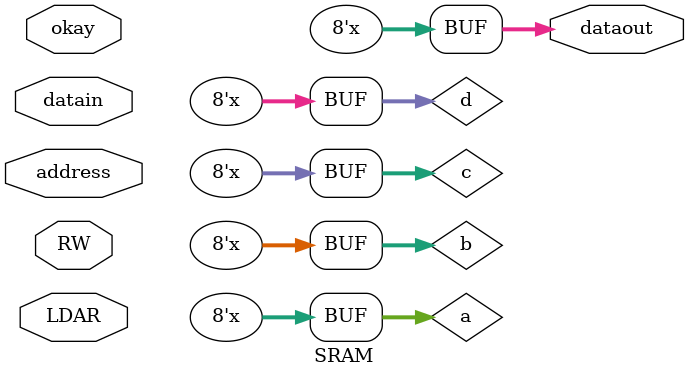
<source format=v>
module SRAM(dataout,datain,address,RW,okay,LDAR);
  output [7:0] dataout;
  
  input [7:0] datain;
  input [1:0] address;
  input RW;     //read1,write0
  input okay;
  input LDAR;
  
  reg [7:0] a;
  reg [7:0] b;
  reg [7:0] c;
  reg [7:0] d;
  reg [1:0] addr;
  reg [7:0] dataout;
  
  always @(okay)
  begin
    if(okay==1)
      begin
      if(LDAR==1)
        addr=address;
      else if(RW==0)
        case (addr)
          2'b00:a=datain;
          2'b01:b=datain;
          2'b10:c=datain;
          2'b11:d=datain;
          default:;
        endcase
      else if(RW==1)
        case (addr)
          2'b00:dataout=a;
          2'b01:dataout=b;
          2'b10:dataout=c;
          2'b11:dataout=d;
          default:;
        endcase
      end
      
  end
endmodule
</source>
